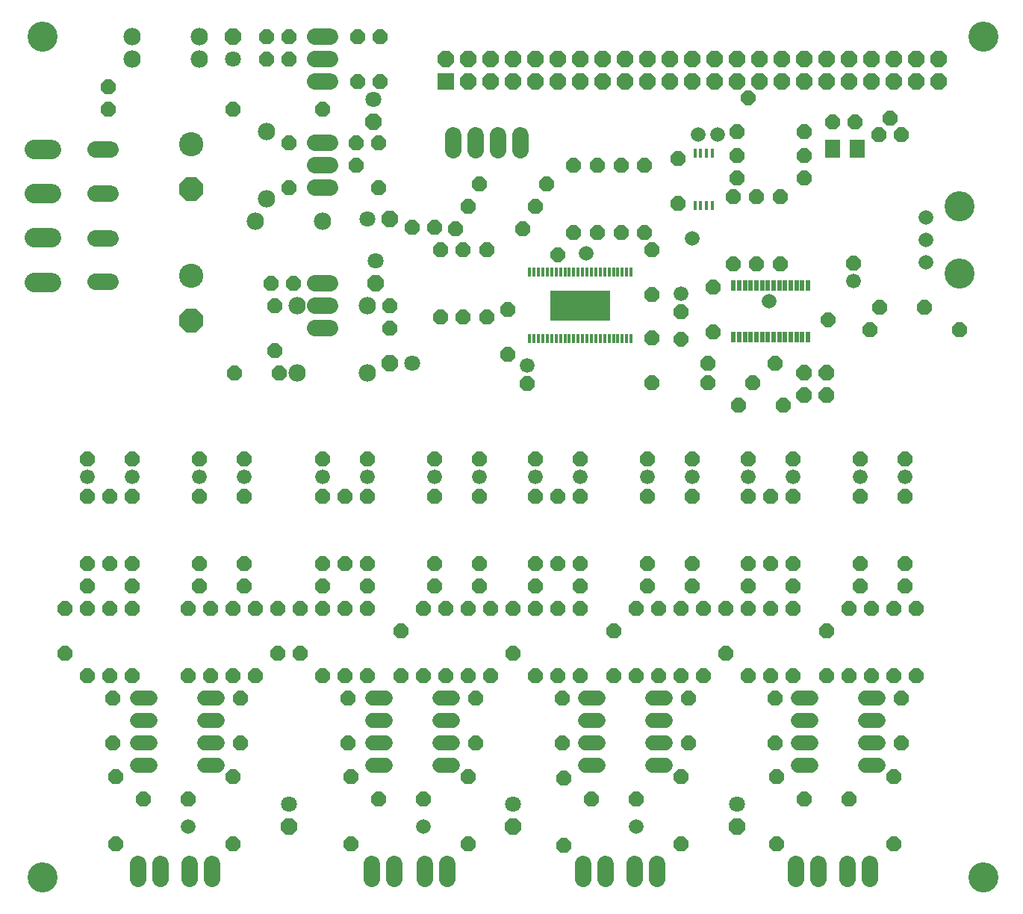
<source format=gts>
G75*
%MOIN*%
%OFA0B0*%
%FSLAX25Y25*%
%IPPOS*%
%LPD*%
%AMOC8*
5,1,8,0,0,1.08239X$1,22.5*
%
%ADD10C,0.13398*%
%ADD11OC8,0.06600*%
%ADD12R,0.01220X0.04370*%
%ADD13R,0.27030X0.13449*%
%ADD14C,0.06600*%
%ADD15C,0.06600*%
%ADD16C,0.07400*%
%ADD17C,0.10800*%
%ADD18OC8,0.10800*%
%ADD19C,0.07731*%
%ADD20OC8,0.07100*%
%ADD21C,0.07100*%
%ADD22R,0.02000X0.04700*%
%ADD23OC8,0.07000*%
%ADD24C,0.06550*%
%ADD25R,0.01575X0.04232*%
%ADD26C,0.07337*%
%ADD27R,0.07400X0.07400*%
%ADD28OC8,0.07400*%
%ADD29C,0.08600*%
%ADD30R,0.07099X0.07898*%
%ADD31OC8,0.06550*%
D10*
X0016000Y0027102D03*
X0016000Y0402102D03*
X0425375Y0326477D03*
X0425375Y0296477D03*
X0436000Y0402102D03*
X0436000Y0027102D03*
D11*
X0396000Y0042102D03*
X0376000Y0062102D03*
X0356000Y0062102D03*
X0343500Y0072102D03*
X0342875Y0087102D03*
X0342875Y0107102D03*
X0341000Y0117102D03*
X0351000Y0117102D03*
X0366000Y0117102D03*
X0376000Y0117102D03*
X0386000Y0117102D03*
X0396000Y0117102D03*
X0406000Y0117102D03*
X0399125Y0107102D03*
X0399125Y0087102D03*
X0396000Y0072102D03*
X0343500Y0042102D03*
X0301000Y0042102D03*
X0281000Y0062102D03*
X0301000Y0072102D03*
X0304125Y0087102D03*
X0304125Y0107102D03*
X0301000Y0117102D03*
X0291000Y0117102D03*
X0281000Y0117102D03*
X0271000Y0117102D03*
X0256000Y0117102D03*
X0246000Y0117102D03*
X0236000Y0117102D03*
X0247875Y0107102D03*
X0247875Y0087102D03*
X0248500Y0071477D03*
X0261000Y0062102D03*
X0248500Y0041477D03*
X0206000Y0042102D03*
X0186000Y0062102D03*
X0166000Y0062102D03*
X0153500Y0072102D03*
X0152250Y0087102D03*
X0152250Y0107102D03*
X0151000Y0117102D03*
X0141000Y0117102D03*
X0131000Y0127102D03*
X0121000Y0127102D03*
X0111000Y0117102D03*
X0104125Y0107102D03*
X0101000Y0117102D03*
X0091000Y0117102D03*
X0081000Y0117102D03*
X0056000Y0117102D03*
X0047250Y0107102D03*
X0046000Y0117102D03*
X0036000Y0117102D03*
X0026000Y0127102D03*
X0026000Y0147102D03*
X0036000Y0147102D03*
X0046000Y0147102D03*
X0036000Y0157102D03*
X0036000Y0167102D03*
X0046000Y0167102D03*
X0056000Y0167102D03*
X0056000Y0157102D03*
X0056000Y0147102D03*
X0081000Y0147102D03*
X0091000Y0147102D03*
X0101000Y0147102D03*
X0106000Y0157102D03*
X0106000Y0167102D03*
X0111000Y0147102D03*
X0121000Y0147102D03*
X0131000Y0147102D03*
X0141000Y0147102D03*
X0151000Y0147102D03*
X0161000Y0147102D03*
X0161000Y0157102D03*
X0161000Y0167102D03*
X0151000Y0167102D03*
X0141000Y0167102D03*
X0141000Y0157102D03*
X0176000Y0137102D03*
X0186000Y0147102D03*
X0196000Y0147102D03*
X0206000Y0147102D03*
X0216000Y0147102D03*
X0211000Y0157102D03*
X0211000Y0167102D03*
X0191000Y0167102D03*
X0191000Y0157102D03*
X0226000Y0147102D03*
X0236000Y0147102D03*
X0246000Y0147102D03*
X0256000Y0147102D03*
X0256000Y0157102D03*
X0256000Y0167102D03*
X0246000Y0167102D03*
X0236000Y0167102D03*
X0236000Y0157102D03*
X0226000Y0127102D03*
X0216000Y0117102D03*
X0206000Y0117102D03*
X0196000Y0117102D03*
X0186000Y0117102D03*
X0176000Y0117102D03*
X0161000Y0117102D03*
X0206000Y0072102D03*
X0209125Y0087102D03*
X0209125Y0107102D03*
X0271000Y0137102D03*
X0281000Y0147102D03*
X0291000Y0147102D03*
X0301000Y0147102D03*
X0311000Y0147102D03*
X0321000Y0147102D03*
X0331000Y0147102D03*
X0331000Y0157102D03*
X0331000Y0167102D03*
X0341000Y0167102D03*
X0351000Y0167102D03*
X0351000Y0157102D03*
X0351000Y0147102D03*
X0341000Y0147102D03*
X0366000Y0137102D03*
X0376000Y0147102D03*
X0386000Y0147102D03*
X0381000Y0157102D03*
X0381000Y0167102D03*
X0396000Y0147102D03*
X0406000Y0147102D03*
X0401000Y0157102D03*
X0401000Y0167102D03*
X0401000Y0197102D03*
X0401000Y0213602D03*
X0381000Y0213602D03*
X0381000Y0197102D03*
X0351000Y0197102D03*
X0341000Y0197102D03*
X0331000Y0197102D03*
X0331000Y0213602D03*
X0351000Y0213602D03*
X0346625Y0237727D03*
X0332875Y0247727D03*
X0326625Y0237727D03*
X0312875Y0247727D03*
X0312875Y0256477D03*
X0315375Y0270227D03*
X0301000Y0279352D03*
X0287875Y0287102D03*
X0287875Y0267727D03*
X0287875Y0247727D03*
X0286000Y0213602D03*
X0286000Y0197102D03*
X0306000Y0197102D03*
X0306000Y0213602D03*
X0342875Y0256477D03*
X0315375Y0290227D03*
X0324125Y0300852D03*
X0334750Y0300852D03*
X0345375Y0300852D03*
X0345375Y0330852D03*
X0356000Y0338977D03*
X0356000Y0348977D03*
X0356000Y0359602D03*
X0368500Y0363977D03*
X0378500Y0363977D03*
X0389125Y0358352D03*
X0394125Y0365852D03*
X0399125Y0358352D03*
X0377875Y0301102D03*
X0389750Y0281477D03*
X0385375Y0271477D03*
X0409750Y0281477D03*
X0425375Y0271477D03*
X0334750Y0330852D03*
X0324125Y0330852D03*
X0326000Y0338977D03*
X0326000Y0348977D03*
X0326000Y0359602D03*
X0299750Y0347727D03*
X0284750Y0344602D03*
X0274125Y0344602D03*
X0263500Y0344602D03*
X0252875Y0344602D03*
X0241000Y0336477D03*
X0236000Y0326477D03*
X0230375Y0316477D03*
X0214125Y0307102D03*
X0203500Y0307102D03*
X0193500Y0307102D03*
X0191000Y0317102D03*
X0200375Y0316477D03*
X0206000Y0326477D03*
X0211000Y0336477D03*
X0181000Y0317102D03*
X0166000Y0334602D03*
X0156000Y0344602D03*
X0156000Y0354602D03*
X0166000Y0354602D03*
X0166625Y0382102D03*
X0156625Y0382102D03*
X0141000Y0369602D03*
X0126000Y0354602D03*
X0126000Y0334602D03*
X0101000Y0369602D03*
X0116000Y0392102D03*
X0126000Y0392102D03*
X0126000Y0402102D03*
X0116000Y0402102D03*
X0156625Y0402102D03*
X0166625Y0402102D03*
X0252875Y0314602D03*
X0263500Y0314602D03*
X0274125Y0314602D03*
X0284750Y0314602D03*
X0287875Y0307102D03*
X0299750Y0327727D03*
X0223500Y0280227D03*
X0214125Y0277102D03*
X0203500Y0277102D03*
X0193500Y0277102D03*
X0171000Y0272102D03*
X0171000Y0282102D03*
X0127875Y0292102D03*
X0117875Y0292102D03*
X0119750Y0282102D03*
X0119750Y0262102D03*
X0121625Y0252102D03*
X0101625Y0252102D03*
X0106000Y0213602D03*
X0106000Y0197102D03*
X0086000Y0197102D03*
X0086000Y0213602D03*
X0056000Y0213602D03*
X0056000Y0197102D03*
X0046000Y0197102D03*
X0036000Y0197102D03*
X0036000Y0213602D03*
X0086000Y0167102D03*
X0086000Y0157102D03*
X0141000Y0197102D03*
X0151000Y0197102D03*
X0161000Y0197102D03*
X0161000Y0213602D03*
X0141000Y0213602D03*
X0191000Y0213602D03*
X0191000Y0197102D03*
X0211000Y0197102D03*
X0211000Y0213602D03*
X0236000Y0213602D03*
X0236000Y0197102D03*
X0246000Y0197102D03*
X0256000Y0197102D03*
X0256000Y0213602D03*
X0232250Y0247477D03*
X0223500Y0260227D03*
X0286000Y0167102D03*
X0286000Y0157102D03*
X0306000Y0157102D03*
X0306000Y0167102D03*
X0321000Y0127102D03*
X0311000Y0117102D03*
X0331000Y0117102D03*
X0153500Y0042102D03*
X0104125Y0087102D03*
X0101000Y0072102D03*
X0081000Y0062102D03*
X0061000Y0062102D03*
X0048500Y0072102D03*
X0047250Y0087102D03*
X0048500Y0042102D03*
X0101000Y0042102D03*
X0045375Y0369602D03*
X0045375Y0379602D03*
D12*
X0233362Y0296866D03*
X0235331Y0296866D03*
X0237299Y0296866D03*
X0239268Y0296866D03*
X0241236Y0296866D03*
X0243205Y0296866D03*
X0245173Y0296866D03*
X0247142Y0296866D03*
X0249110Y0296866D03*
X0251079Y0296866D03*
X0253047Y0296866D03*
X0255016Y0296866D03*
X0256984Y0296866D03*
X0258953Y0296866D03*
X0260921Y0296866D03*
X0262890Y0296866D03*
X0264858Y0296866D03*
X0266827Y0296866D03*
X0268795Y0296866D03*
X0270764Y0296866D03*
X0272732Y0296866D03*
X0274701Y0296866D03*
X0276669Y0296866D03*
X0278638Y0296866D03*
X0278638Y0267338D03*
X0276669Y0267338D03*
X0274701Y0267338D03*
X0272732Y0267338D03*
X0270764Y0267338D03*
X0268795Y0267338D03*
X0266827Y0267338D03*
X0264858Y0267338D03*
X0262890Y0267338D03*
X0260921Y0267338D03*
X0258953Y0267338D03*
X0256984Y0267338D03*
X0255016Y0267338D03*
X0253047Y0267338D03*
X0251079Y0267338D03*
X0249110Y0267338D03*
X0247142Y0267338D03*
X0245173Y0267338D03*
X0243205Y0267338D03*
X0241236Y0267338D03*
X0239268Y0267338D03*
X0237299Y0267338D03*
X0235331Y0267338D03*
X0233362Y0267338D03*
D13*
X0255985Y0282080D03*
D14*
X0232250Y0255477D03*
X0236000Y0205602D03*
X0256000Y0205602D03*
X0286000Y0205602D03*
X0306000Y0205602D03*
X0331000Y0205602D03*
X0351000Y0205602D03*
X0381000Y0205602D03*
X0401000Y0205602D03*
X0377875Y0293102D03*
X0301000Y0287352D03*
X0211000Y0205602D03*
X0191000Y0205602D03*
X0161000Y0205602D03*
X0141000Y0205602D03*
X0106000Y0205602D03*
X0086000Y0205602D03*
X0056000Y0205602D03*
X0036000Y0205602D03*
D15*
X0058100Y0107102D02*
X0063900Y0107102D01*
X0063900Y0097102D02*
X0058100Y0097102D01*
X0058100Y0087102D02*
X0063900Y0087102D01*
X0063900Y0077102D02*
X0058100Y0077102D01*
X0088100Y0077102D02*
X0093900Y0077102D01*
X0093900Y0087102D02*
X0088100Y0087102D01*
X0088100Y0097102D02*
X0093900Y0097102D01*
X0093900Y0107102D02*
X0088100Y0107102D01*
X0163100Y0107102D02*
X0168900Y0107102D01*
X0168900Y0097102D02*
X0163100Y0097102D01*
X0163100Y0087102D02*
X0168900Y0087102D01*
X0168900Y0077102D02*
X0163100Y0077102D01*
X0193100Y0077102D02*
X0198900Y0077102D01*
X0198900Y0087102D02*
X0193100Y0087102D01*
X0193100Y0097102D02*
X0198900Y0097102D01*
X0198900Y0107102D02*
X0193100Y0107102D01*
X0258100Y0107102D02*
X0263900Y0107102D01*
X0263900Y0097102D02*
X0258100Y0097102D01*
X0258100Y0087102D02*
X0263900Y0087102D01*
X0263900Y0077102D02*
X0258100Y0077102D01*
X0288100Y0077102D02*
X0293900Y0077102D01*
X0293900Y0087102D02*
X0288100Y0087102D01*
X0288100Y0097102D02*
X0293900Y0097102D01*
X0293900Y0107102D02*
X0288100Y0107102D01*
X0353100Y0107102D02*
X0358900Y0107102D01*
X0358900Y0097102D02*
X0353100Y0097102D01*
X0353100Y0087102D02*
X0358900Y0087102D01*
X0358900Y0077102D02*
X0353100Y0077102D01*
X0383100Y0077102D02*
X0388900Y0077102D01*
X0388900Y0087102D02*
X0383100Y0087102D01*
X0383100Y0097102D02*
X0388900Y0097102D01*
X0388900Y0107102D02*
X0383100Y0107102D01*
D16*
X0144300Y0272102D02*
X0137700Y0272102D01*
X0137700Y0282102D02*
X0144300Y0282102D01*
X0144300Y0292102D02*
X0137700Y0292102D01*
X0137700Y0334602D02*
X0144300Y0334602D01*
X0144300Y0344602D02*
X0137700Y0344602D01*
X0137700Y0354602D02*
X0144300Y0354602D01*
X0144300Y0382102D02*
X0137700Y0382102D01*
X0137700Y0392102D02*
X0144300Y0392102D01*
X0144300Y0402102D02*
X0137700Y0402102D01*
X0199125Y0357902D02*
X0199125Y0351302D01*
X0209125Y0351302D02*
X0209125Y0357902D01*
X0219125Y0357902D02*
X0219125Y0351302D01*
X0229125Y0351302D02*
X0229125Y0357902D01*
X0046175Y0351630D02*
X0039575Y0351630D01*
X0039575Y0331930D02*
X0046175Y0331930D01*
X0046175Y0312130D02*
X0039575Y0312130D01*
X0039575Y0292530D02*
X0046175Y0292530D01*
D17*
X0082250Y0295227D03*
X0082250Y0353977D03*
D18*
X0082250Y0333977D03*
X0082250Y0275227D03*
D19*
X0111000Y0319602D03*
X0116000Y0329602D03*
X0141000Y0319602D03*
X0129750Y0282102D03*
X0161000Y0282102D03*
X0161000Y0252102D03*
X0129750Y0252102D03*
X0116000Y0359602D03*
X0086000Y0392102D03*
X0086000Y0402102D03*
X0056000Y0402102D03*
X0056000Y0392102D03*
D20*
X0101000Y0402102D03*
X0163500Y0363977D03*
X0171000Y0320852D03*
X0164750Y0292102D03*
X0171000Y0256477D03*
X0126000Y0049602D03*
X0226000Y0049602D03*
X0326000Y0049602D03*
D21*
X0326000Y0059602D03*
X0226000Y0059602D03*
X0126000Y0059602D03*
X0181000Y0256477D03*
X0164750Y0302102D03*
X0161000Y0320852D03*
X0163500Y0373977D03*
X0101000Y0392102D03*
D22*
X0324366Y0291089D03*
X0326925Y0291089D03*
X0329484Y0291089D03*
X0332043Y0291089D03*
X0334602Y0291089D03*
X0337161Y0291089D03*
X0339720Y0291089D03*
X0342280Y0291089D03*
X0344839Y0291089D03*
X0347398Y0291089D03*
X0349957Y0291089D03*
X0352516Y0291089D03*
X0355075Y0291089D03*
X0357634Y0291089D03*
X0357634Y0268115D03*
X0355075Y0268115D03*
X0352516Y0268115D03*
X0349957Y0268115D03*
X0347398Y0268115D03*
X0344839Y0268115D03*
X0342280Y0268115D03*
X0339720Y0268115D03*
X0337161Y0268115D03*
X0334602Y0268115D03*
X0332043Y0268115D03*
X0329484Y0268115D03*
X0326925Y0268115D03*
X0324366Y0268115D03*
D23*
X0356000Y0252102D03*
X0356000Y0242102D03*
X0366000Y0242102D03*
X0366000Y0252102D03*
D24*
X0340375Y0283977D03*
X0306000Y0312102D03*
X0308500Y0358352D03*
X0317250Y0358352D03*
X0258500Y0305227D03*
X0410375Y0301477D03*
X0410375Y0311477D03*
X0410375Y0321477D03*
X0281000Y0049602D03*
X0186000Y0049602D03*
X0081000Y0049602D03*
D25*
X0307161Y0326787D03*
X0309720Y0326787D03*
X0312280Y0326787D03*
X0314839Y0326787D03*
X0314839Y0349917D03*
X0312280Y0349917D03*
X0309720Y0349917D03*
X0307161Y0349917D03*
D26*
X0290375Y0032871D02*
X0290375Y0026334D01*
X0280375Y0026334D02*
X0280375Y0032871D01*
X0267250Y0032871D02*
X0267250Y0026334D01*
X0257250Y0026334D02*
X0257250Y0032871D01*
X0196625Y0032871D02*
X0196625Y0026334D01*
X0186625Y0026334D02*
X0186625Y0032871D01*
X0172875Y0032871D02*
X0172875Y0026334D01*
X0162875Y0026334D02*
X0162875Y0032871D01*
X0091625Y0032871D02*
X0091625Y0026334D01*
X0081625Y0026334D02*
X0081625Y0032871D01*
X0068500Y0032871D02*
X0068500Y0026334D01*
X0058500Y0026334D02*
X0058500Y0032871D01*
X0352250Y0032871D02*
X0352250Y0026334D01*
X0362250Y0026334D02*
X0362250Y0032871D01*
X0375375Y0032871D02*
X0375375Y0026334D01*
X0385375Y0026334D02*
X0385375Y0032871D01*
D27*
X0196000Y0382102D03*
D28*
X0206000Y0382102D03*
X0216000Y0382102D03*
X0216000Y0392102D03*
X0206000Y0392102D03*
X0196000Y0392102D03*
X0226000Y0392102D03*
X0226000Y0382102D03*
X0236000Y0382102D03*
X0246000Y0382102D03*
X0256000Y0382102D03*
X0266000Y0382102D03*
X0276000Y0382102D03*
X0276000Y0392102D03*
X0266000Y0392102D03*
X0256000Y0392102D03*
X0246000Y0392102D03*
X0236000Y0392102D03*
X0286000Y0392102D03*
X0286000Y0382102D03*
X0296000Y0382102D03*
X0306000Y0382102D03*
X0316000Y0382102D03*
X0326000Y0382102D03*
X0336000Y0382102D03*
X0336000Y0392102D03*
X0326000Y0392102D03*
X0316000Y0392102D03*
X0306000Y0392102D03*
X0296000Y0392102D03*
X0346000Y0392102D03*
X0346000Y0382102D03*
X0356000Y0382102D03*
X0366000Y0382102D03*
X0376000Y0382102D03*
X0386000Y0382102D03*
X0386000Y0392102D03*
X0376000Y0392102D03*
X0366000Y0392102D03*
X0356000Y0392102D03*
X0396000Y0392102D03*
X0396000Y0382102D03*
X0406000Y0382102D03*
X0416000Y0382102D03*
X0416000Y0392102D03*
X0406000Y0392102D03*
D29*
X0019900Y0351702D02*
X0012100Y0351702D01*
X0012100Y0331902D02*
X0019900Y0331902D01*
X0019900Y0312302D02*
X0012100Y0312302D01*
X0012100Y0292502D02*
X0019900Y0292502D01*
D30*
X0368527Y0352102D03*
X0379723Y0352102D03*
D31*
X0331000Y0374602D03*
X0246000Y0304602D03*
X0301000Y0267102D03*
X0366625Y0275852D03*
M02*

</source>
